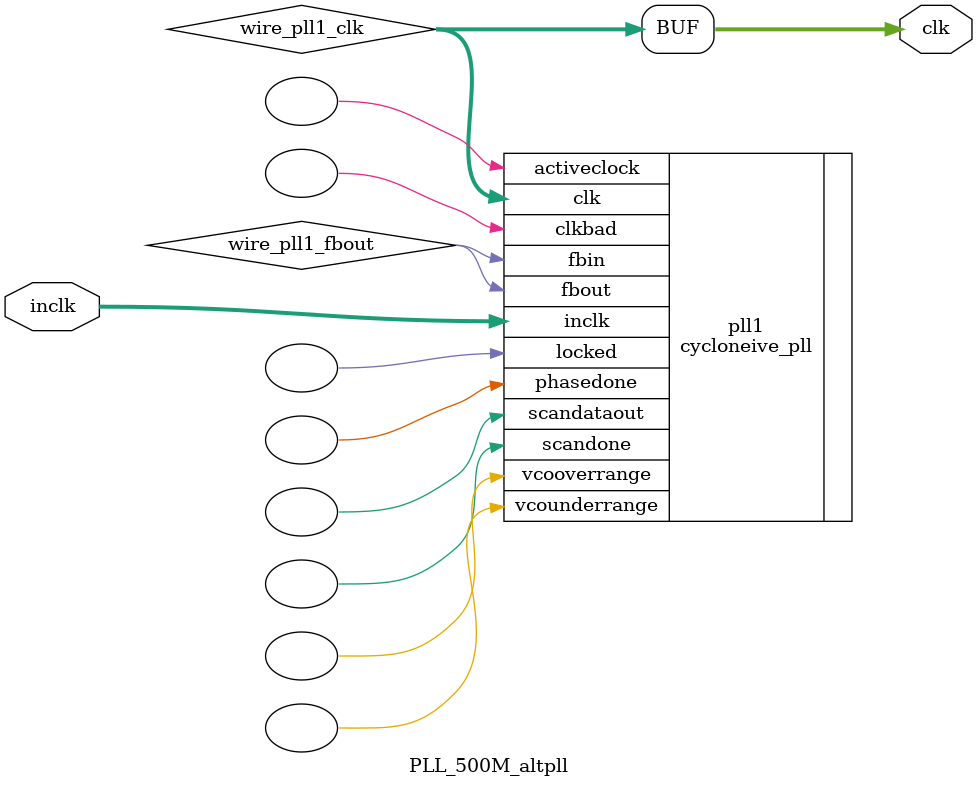
<source format=v>






//synthesis_resources = cycloneive_pll 1 
//synopsys translate_off
`timescale 1 ps / 1 ps
//synopsys translate_on
module  PLL_500M_altpll
	( 
	clk,
	inclk) /* synthesis synthesis_clearbox=1 */;
	output   [4:0]  clk;
	input   [1:0]  inclk;
`ifndef ALTERA_RESERVED_QIS
// synopsys translate_off
`endif
	tri0   [1:0]  inclk;
`ifndef ALTERA_RESERVED_QIS
// synopsys translate_on
`endif

	wire  [4:0]   wire_pll1_clk;
	wire  wire_pll1_fbout;

	cycloneive_pll   pll1
	( 
	.activeclock(),
	.clk(wire_pll1_clk),
	.clkbad(),
	.fbin(wire_pll1_fbout),
	.fbout(wire_pll1_fbout),
	.inclk(inclk),
	.locked(),
	.phasedone(),
	.scandataout(),
	.scandone(),
	.vcooverrange(),
	.vcounderrange()
	`ifndef FORMAL_VERIFICATION
	// synopsys translate_off
	`endif
	,
	.areset(1'b0),
	.clkswitch(1'b0),
	.configupdate(1'b0),
	.pfdena(1'b1),
	.phasecounterselect({3{1'b0}}),
	.phasestep(1'b0),
	.phaseupdown(1'b0),
	.scanclk(1'b0),
	.scanclkena(1'b1),
	.scandata(1'b0)
	`ifndef FORMAL_VERIFICATION
	// synopsys translate_on
	`endif
	);
	defparam
		pll1.bandwidth_type = "auto",
		pll1.clk0_divide_by = 1,
		pll1.clk0_duty_cycle = 50,
		pll1.clk0_multiply_by = 10,
		pll1.clk0_phase_shift = "0",
		pll1.compensate_clock = "clk0",
		pll1.inclk0_input_frequency = 20000,
		pll1.operation_mode = "normal",
		pll1.pll_type = "auto",
		pll1.lpm_type = "cycloneive_pll";
	assign
		clk = {wire_pll1_clk[4:0]};
endmodule //PLL_500M_altpll
//VALID FILE

</source>
